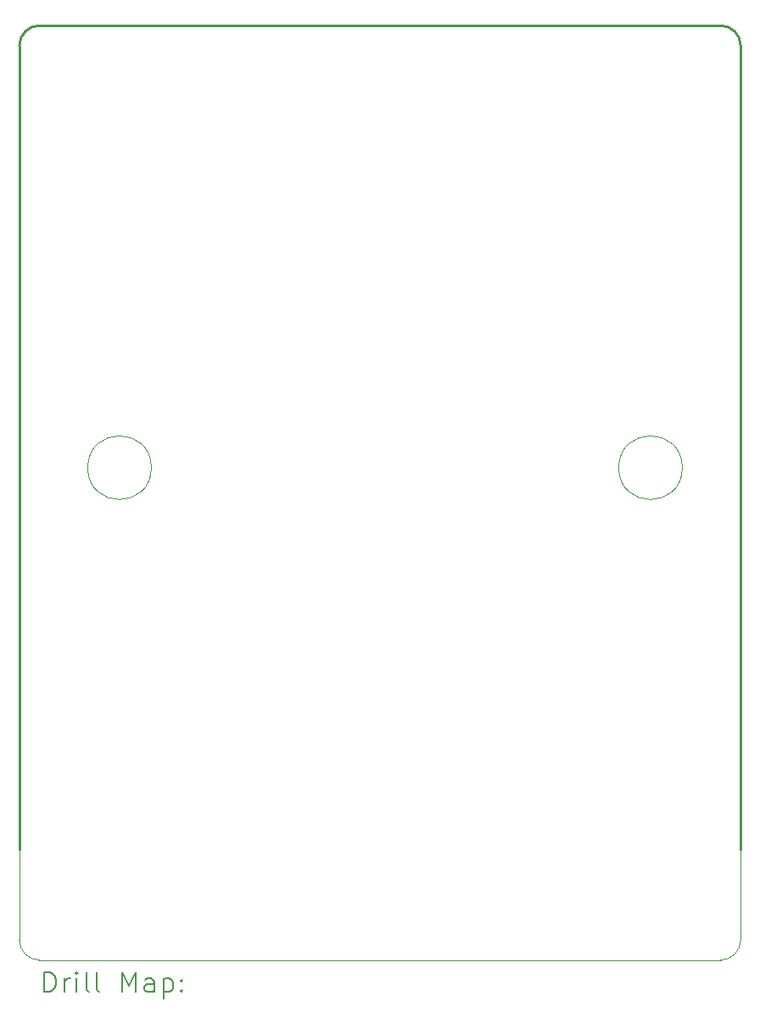
<source format=gbr>
%TF.GenerationSoftware,KiCad,Pcbnew,8.0.5*%
%TF.CreationDate,2024-10-04T03:51:19+02:00*%
%TF.ProjectId,SD-10005v,53442d31-3030-4303-9576-2e6b69636164,rev?*%
%TF.SameCoordinates,Original*%
%TF.FileFunction,Drillmap*%
%TF.FilePolarity,Positive*%
%FSLAX45Y45*%
G04 Gerber Fmt 4.5, Leading zero omitted, Abs format (unit mm)*
G04 Created by KiCad (PCBNEW 8.0.5) date 2024-10-04 03:51:19*
%MOMM*%
%LPD*%
G01*
G04 APERTURE LIST*
%ADD10C,0.100000*%
%ADD11C,0.254000*%
%ADD12C,0.120000*%
%ADD13C,0.200000*%
G04 APERTURE END LIST*
D10*
X13817500Y-7500000D02*
G75*
G02*
X13182500Y-7500000I-317500J0D01*
G01*
X13182500Y-7500000D02*
G75*
G02*
X13817500Y-7500000I317500J0D01*
G01*
D11*
X7400000Y-3091340D02*
X14200001Y-3091340D01*
D10*
X8517500Y-7500000D02*
G75*
G02*
X7882500Y-7500000I-317500J0D01*
G01*
X7882500Y-7500000D02*
G75*
G02*
X8517500Y-7500000I317500J0D01*
G01*
D11*
X7200000Y-3291340D02*
G75*
G02*
X7400000Y-3091340I200000J0D01*
G01*
X14400000Y-11310000D02*
X14400000Y-3291339D01*
X14200001Y-3091340D02*
G75*
G02*
X14400000Y-3291340I-1J-200000D01*
G01*
X7200000Y-11310000D02*
X7200000Y-3291340D01*
D12*
X7200000Y-12210000D02*
X7200000Y-11310000D01*
X7400000Y-12410000D02*
X14180000Y-12410000D01*
X14200000Y-12410000D02*
X14180000Y-12410000D01*
X14400000Y-12210000D02*
X14400000Y-11310000D01*
X7400000Y-12410000D02*
G75*
G02*
X7200000Y-12210000I0J200000D01*
G01*
X14400000Y-12210000D02*
G75*
G02*
X14200000Y-12410000I-200000J0D01*
G01*
D13*
X7448077Y-12727484D02*
X7448077Y-12527484D01*
X7448077Y-12527484D02*
X7495696Y-12527484D01*
X7495696Y-12527484D02*
X7524267Y-12537008D01*
X7524267Y-12537008D02*
X7543315Y-12556055D01*
X7543315Y-12556055D02*
X7552839Y-12575103D01*
X7552839Y-12575103D02*
X7562362Y-12613198D01*
X7562362Y-12613198D02*
X7562362Y-12641769D01*
X7562362Y-12641769D02*
X7552839Y-12679865D01*
X7552839Y-12679865D02*
X7543315Y-12698912D01*
X7543315Y-12698912D02*
X7524267Y-12717960D01*
X7524267Y-12717960D02*
X7495696Y-12727484D01*
X7495696Y-12727484D02*
X7448077Y-12727484D01*
X7648077Y-12727484D02*
X7648077Y-12594150D01*
X7648077Y-12632246D02*
X7657601Y-12613198D01*
X7657601Y-12613198D02*
X7667124Y-12603674D01*
X7667124Y-12603674D02*
X7686172Y-12594150D01*
X7686172Y-12594150D02*
X7705220Y-12594150D01*
X7771886Y-12727484D02*
X7771886Y-12594150D01*
X7771886Y-12527484D02*
X7762362Y-12537008D01*
X7762362Y-12537008D02*
X7771886Y-12546531D01*
X7771886Y-12546531D02*
X7781410Y-12537008D01*
X7781410Y-12537008D02*
X7771886Y-12527484D01*
X7771886Y-12527484D02*
X7771886Y-12546531D01*
X7895696Y-12727484D02*
X7876648Y-12717960D01*
X7876648Y-12717960D02*
X7867124Y-12698912D01*
X7867124Y-12698912D02*
X7867124Y-12527484D01*
X8000458Y-12727484D02*
X7981410Y-12717960D01*
X7981410Y-12717960D02*
X7971886Y-12698912D01*
X7971886Y-12698912D02*
X7971886Y-12527484D01*
X8229029Y-12727484D02*
X8229029Y-12527484D01*
X8229029Y-12527484D02*
X8295696Y-12670341D01*
X8295696Y-12670341D02*
X8362362Y-12527484D01*
X8362362Y-12527484D02*
X8362362Y-12727484D01*
X8543315Y-12727484D02*
X8543315Y-12622722D01*
X8543315Y-12622722D02*
X8533791Y-12603674D01*
X8533791Y-12603674D02*
X8514744Y-12594150D01*
X8514744Y-12594150D02*
X8476648Y-12594150D01*
X8476648Y-12594150D02*
X8457601Y-12603674D01*
X8543315Y-12717960D02*
X8524267Y-12727484D01*
X8524267Y-12727484D02*
X8476648Y-12727484D01*
X8476648Y-12727484D02*
X8457601Y-12717960D01*
X8457601Y-12717960D02*
X8448077Y-12698912D01*
X8448077Y-12698912D02*
X8448077Y-12679865D01*
X8448077Y-12679865D02*
X8457601Y-12660817D01*
X8457601Y-12660817D02*
X8476648Y-12651293D01*
X8476648Y-12651293D02*
X8524267Y-12651293D01*
X8524267Y-12651293D02*
X8543315Y-12641769D01*
X8638553Y-12594150D02*
X8638553Y-12794150D01*
X8638553Y-12603674D02*
X8657601Y-12594150D01*
X8657601Y-12594150D02*
X8695696Y-12594150D01*
X8695696Y-12594150D02*
X8714744Y-12603674D01*
X8714744Y-12603674D02*
X8724267Y-12613198D01*
X8724267Y-12613198D02*
X8733791Y-12632246D01*
X8733791Y-12632246D02*
X8733791Y-12689388D01*
X8733791Y-12689388D02*
X8724267Y-12708436D01*
X8724267Y-12708436D02*
X8714744Y-12717960D01*
X8714744Y-12717960D02*
X8695696Y-12727484D01*
X8695696Y-12727484D02*
X8657601Y-12727484D01*
X8657601Y-12727484D02*
X8638553Y-12717960D01*
X8819505Y-12708436D02*
X8829029Y-12717960D01*
X8829029Y-12717960D02*
X8819505Y-12727484D01*
X8819505Y-12727484D02*
X8809982Y-12717960D01*
X8809982Y-12717960D02*
X8819505Y-12708436D01*
X8819505Y-12708436D02*
X8819505Y-12727484D01*
X8819505Y-12603674D02*
X8829029Y-12613198D01*
X8829029Y-12613198D02*
X8819505Y-12622722D01*
X8819505Y-12622722D02*
X8809982Y-12613198D01*
X8809982Y-12613198D02*
X8819505Y-12603674D01*
X8819505Y-12603674D02*
X8819505Y-12622722D01*
M02*

</source>
